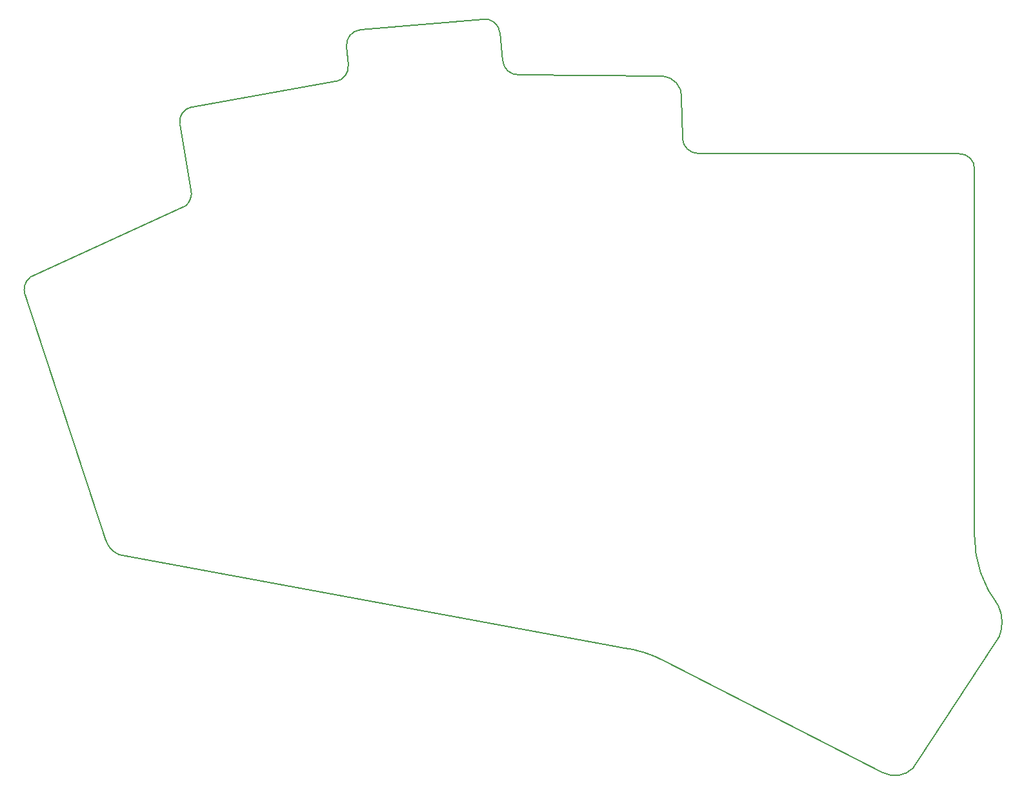
<source format=gm1>
%TF.GenerationSoftware,KiCad,Pcbnew,(6.0.4)*%
%TF.CreationDate,2022-05-01T17:56:37+02:00*%
%TF.ProjectId,battamini_reversable,62617474-616d-4696-9e69-5f7265766572,v1.0.0*%
%TF.SameCoordinates,Original*%
%TF.FileFunction,Profile,NP*%
%FSLAX46Y46*%
G04 Gerber Fmt 4.6, Leading zero omitted, Abs format (unit mm)*
G04 Created by KiCad (PCBNEW (6.0.4)) date 2022-05-01 17:56:37*
%MOMM*%
%LPD*%
G01*
G04 APERTURE LIST*
%TA.AperFunction,Profile*%
%ADD10C,0.150000*%
%TD*%
G04 APERTURE END LIST*
D10*
X102517272Y118831064D02*
G75*
G03*
X104509588Y117005368I1992328J174236D01*
G01*
X126088253Y108703396D02*
X125984000Y114046000D01*
X80588005Y116115481D02*
G75*
G03*
X82233091Y118259454I-347305J1969619D01*
G01*
X167639988Y43180005D02*
G75*
G03*
X167528587Y47330455I-4725088J1949895D01*
G01*
X164411106Y56485027D02*
G75*
G03*
X167528587Y47330455I14999994J-27D01*
G01*
X60120825Y110475759D02*
X61630489Y101874615D01*
X118067797Y41802640D02*
X52135730Y54028933D01*
X83834124Y122906984D02*
X99972478Y124318907D01*
X50450874Y55859134D02*
G75*
G03*
X52135730Y54028933I2843726J927266D01*
G01*
X162411086Y106629429D02*
X128117202Y106676472D01*
X104509588Y117005368D02*
X123444000Y116840000D01*
X39815446Y88161643D02*
X50450860Y55859129D01*
X102139207Y122500831D02*
G75*
G03*
X99972478Y124318908I-1992407J-174331D01*
G01*
X126088228Y108703395D02*
G75*
G03*
X128117202Y106676472I2083372J56505D01*
G01*
X61743143Y112792674D02*
G75*
G03*
X60120826Y110475759I347297J-1969614D01*
G01*
X156354214Y25985787D02*
X167640000Y43180000D01*
X123746691Y40034593D02*
G75*
G03*
X118067797Y41802640I-7409591J-13795093D01*
G01*
X152400000Y25400000D02*
X123746692Y40034594D01*
X125984000Y114046000D02*
G75*
G03*
X123444000Y116840000I-2715400J83000D01*
G01*
X152399972Y25399947D02*
G75*
G03*
X156354214Y25985787I1582328J2957653D01*
G01*
X40458275Y90379595D02*
G75*
G03*
X39815446Y88161643I1273725J-1571295D01*
G01*
X102139179Y122500829D02*
X102517198Y118831058D01*
X61743144Y112792671D02*
X80587997Y116115527D01*
X60891100Y99781781D02*
G75*
G03*
X61630489Y101874615I-1517400J1713119D01*
G01*
X83834126Y122906958D02*
G75*
G03*
X82016046Y120740284I174274J-1992358D01*
G01*
X40458272Y90379598D02*
X60891088Y99781795D01*
X82233090Y118259454D02*
X82016046Y120740283D01*
X164411055Y104648001D02*
G75*
G03*
X162411086Y106629429I-1934455J47499D01*
G01*
X164411087Y56485027D02*
X164411086Y104648000D01*
M02*

</source>
